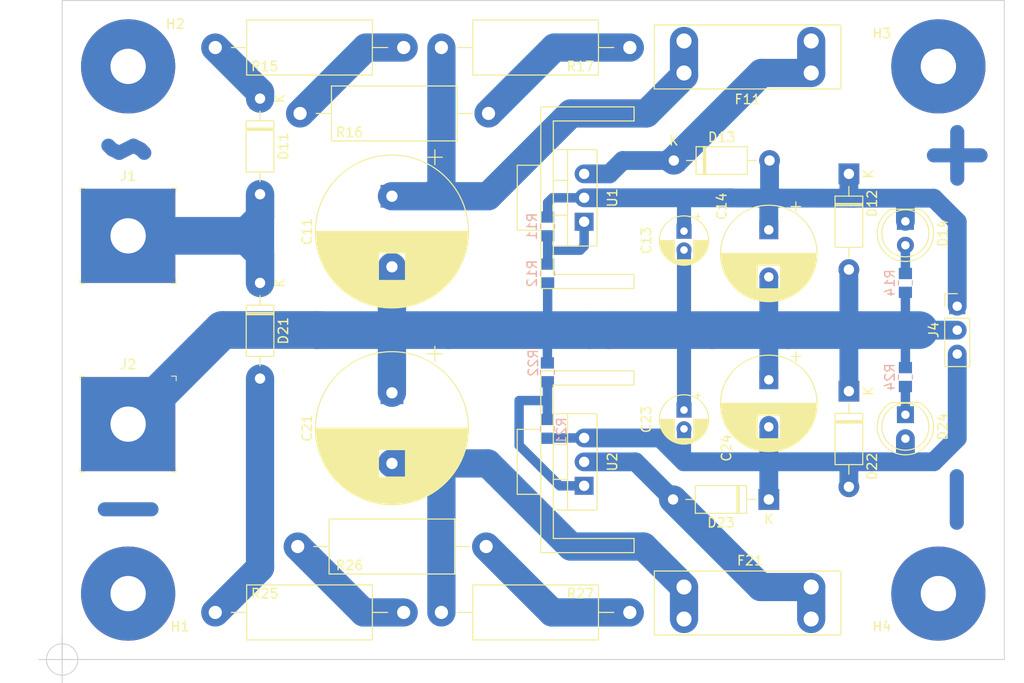
<source format=kicad_pcb>
(kicad_pcb (version 20211014) (generator pcbnew)
  (title_block (title "Bipolar Power Supply") (date "2022-12-30") (rev "0"))
  (layers (0 "F.Cu" signal) (31 "B.Cu" signal) (34 "B.Paste" user) (35 "F.Paste" user) (36 "B.SilkS" user "B.Silkscreen") (37 "F.SilkS" user "F.Silkscreen") (38 "B.Mask" user) (39 "F.Mask" user) (44 "Edge.Cuts" user))
  (net 0 "")
  (net 1 "/VPOS")
  (net 2 "/VNEG")
  (net 3 "/IN_P")
  (net 4 "/GND")
  (net 5 "/IN_N")
  (net 6 "/ADJ_P")
  (net 7 "/ADJ_N")
  (net 8 "Net-(R15-Pad2)")
  (net 9 "Net-(R25-Pad2)")
  (net 10 "Net-(C11-Pad1)")
  (net 11 "Net-(C21-Pad2)")
  (net 12 "Net-(R16-Pad2)")
  (net 13 "Net-(R26-Pad2)")
  (net 14 "Net-(R15-Pad1)")
  (net 15 "Net-(D14-Pad2)")
  (net 16 "Net-(R25-Pad1)")
  (net 17 "Net-(D24-Pad1)")
  (net 18 "/AC")
  (footprint "$Local:LED_D5.0mm" (layer "F.Cu") (at 139.5 88.46 -90)
    (fp_text reference "D14" (at 1.27 -3.96 90) (layer "F.SilkS"))
    (fp_text value "LED")
    (pad "1" thru_hole rect locked (at 0 0 270) (size 1.8 1.8) (drill 0.9) (layers *.Cu *.Mask) (net 1 "/VPOS"))
    (pad "2" thru_hole circle locked (at 2.54 0 270) (size 1.8 1.8) (drill 0.9) (layers *.Cu *.Mask) (net 15 "Net-(D14-Pad2)"))
  )
  (footprint "$Local:TO-220-3_Vertical_Heatsink_19.1x9.7mm" (layer "F.Cu") (at 105.4 116.55 90)
    (fp_text reference "U2" (at 2.54 3 90) (layer "F.SilkS"))
    (fp_text value "LM337_TO-220")
    (pad "1" thru_hole rect locked (at 0 0 90) (size 1.905 2) (drill 1.1) (layers *.Cu *.Mask) (net 7 "/ADJ_N"))
    (pad "2" thru_hole oval locked (at 2.54 0 90) (size 1.905 2) (drill 1.1) (layers *.Cu *.Mask) (net 5 "/IN_N"))
    (pad "3" thru_hole oval locked (at 5.08 0 90) (size 1.905 2) (drill 1.1) (layers *.Cu *.Mask) (net 2 "/VNEG"))
  )
  (footprint "$Local:MountingHole_#6-32_Pad_10mm" (layer "F.Cu") (at 57 128)
    (fp_text reference "H1" (at 5.5 3.5) (layer "F.SilkS"))
    (fp_text value "MountingHole")
    (pad "1" thru_hole circle locked (at 0 0) (size 10 10) (drill 3.75) (layers *.Cu *.Mask))
  )
  (footprint "Diode_THT:D_DO-41_SOD81_P10.16mm_Horizontal" (layer "F.Cu") (at 133.5 83.42 -90)
    (fp_text reference "D12" (at 3.14 -2.47 90) (layer "F.SilkS"))
    (fp_text value "1N4007T")
    (fp_text user "K" (at 0 -2.1 90) (layer "F.SilkS"))
    (pad "1" thru_hole rect locked (at 0 0 270) (size 2.2 2.2) (drill 1.1) (layers *.Cu *.Mask) (net 1 "/VPOS"))
    (pad "2" thru_hole oval locked (at 10.16 0 270) (size 2.2 2.2) (drill 1.1) (layers *.Cu *.Mask) (net 4 "/GND"))
  )
  (footprint "$Local:R_Axial_L13.1mm_D5.6mm_P20.0mm_Horizontal" (layer "F.Cu") (at 75.25 77)
    (fp_text reference "R16" (at 5.25 2) (layer "F.SilkS"))
    (fp_text value "5")
    (pad "1" thru_hole circle locked (at 0 0) (size 2.8 2.8) (drill 1.4) (layers *.Cu *.Mask) (net 8 "Net-(R15-Pad2)"))
    (pad "2" thru_hole oval locked (at 20 0) (size 2.8 2.8) (drill 1.4) (layers *.Cu *.Mask) (net 12 "Net-(R16-Pad2)"))
  )
  (footprint "$Local:R_Axial_L13.1mm_D5.6mm_P20.0mm_Horizontal" (layer "F.Cu") (at 66.25 70)
    (fp_text reference "R15" (at 5.25 2) (layer "F.SilkS"))
    (fp_text value "5")
    (pad "1" thru_hole circle locked (at 0 0) (size 2.8 2.8) (drill 1.4) (layers *.Cu *.Mask) (net 14 "Net-(R15-Pad1)"))
    (pad "2" thru_hole oval locked (at 20 0) (size 2.8 2.8) (drill 1.4) (layers *.Cu *.Mask) (net 8 "Net-(R15-Pad2)"))
  )
  (footprint "Diode_THT:D_DO-41_SOD81_P10.16mm_Horizontal" (layer "F.Cu") (at 71 95 -90)
    (fp_text reference "D21" (at 5.08 -2.47 90) (layer "F.SilkS"))
    (fp_text value "1N4007T")
    (fp_text user "K" (at 0 -2.1 90) (layer "F.SilkS"))
    (pad "1" thru_hole rect locked (at 0 0 270) (size 2.2 2.2) (drill 1.1) (layers *.Cu *.Mask) (net 18 "/AC"))
    (pad "2" thru_hole oval locked (at 10.16 0 270) (size 2.2 2.2) (drill 1.1) (layers *.Cu *.Mask) (net 16 "Net-(R25-Pad1)"))
  )
  (footprint "$Local:FuseHolder_6.8x19.8mm_P3.4x13.5mm_Vetical" (layer "F.Cu") (at 122.75 129 90)
    (fp_text reference "F21" (at 4.5 0.25 180) (layer "F.SilkS"))
    (fp_text value "Fuse Holder")
    (pad "1" thru_hole oval locked (at 1.7 -6.75 90) (size 2.6 2.6) (drill 1.6) (layers *.Cu *.Mask) (net 11 "Net-(C21-Pad2)"))
    (pad "1" thru_hole circle locked (at -1.7 -6.75 90) (size 2.6 2.6) (drill 1.6) (layers *.Cu *.Mask) (net 11 "Net-(C21-Pad2)"))
    (pad "2" thru_hole oval locked (at 1.7 6.75 90) (size 2.6 2.6) (drill 1.6) (layers *.Cu *.Mask) (net 5 "/IN_N"))
    (pad "2" thru_hole oval locked (at -1.7 6.75 90) (size 2.6 2.6) (drill 1.6) (layers *.Cu *.Mask) (net 5 "/IN_N"))
  )
  (footprint "$Local:MountingHole_#6-32_Pad_10mm" (layer "F.Cu") (at 57 72)
    (fp_text reference "H2" (at 5 -4.5) (layer "F.SilkS"))
    (fp_text value "MountingHole")
    (pad "1" thru_hole circle locked (at 0 0) (size 10 10) (drill 3.75) (layers *.Cu *.Mask))
  )
  (footprint "Capacitor_THT:CP_Radial_D5.0mm_P2.00mm" (layer "F.Cu") (at 116 108.5 -90)
    (fp_text reference "C23" (at 1 4 90) (layer "F.SilkS"))
    (fp_text value "1uF")
    (pad "1" thru_hole rect locked (at 0 0 270) (size 1.6 1.6) (drill 0.8) (layers *.Cu *.Mask) (net 4 "/GND"))
    (pad "2" thru_hole circle locked (at 2 0 270) (size 1.6 1.6) (drill 0.8) (layers *.Cu *.Mask) (net 2 "/VNEG"))
  )
  (footprint "Diode_THT:D_DO-41_SOD81_P10.16mm_Horizontal" (layer "F.Cu") (at 133.5 106.5 -90)
    (fp_text reference "D22" (at 8 -2.47 90) (layer "F.SilkS"))
    (fp_text value "1N4007T")
    (fp_text user "K" (at 0 -2.1 90) (layer "F.SilkS"))
    (pad "1" thru_hole rect locked (at 0 0 270) (size 2.2 2.2) (drill 1.1) (layers *.Cu *.Mask) (net 4 "/GND"))
    (pad "2" thru_hole oval locked (at 10.16 0 270) (size 2.2 2.2) (drill 1.1) (layers *.Cu *.Mask) (net 2 "/VNEG"))
  )
  (footprint "Connector_PinHeader_2.54mm:PinHeader_1x03_P2.54mm_Vertical" (layer "F.Cu") (at 145 97.475)
    (fp_text reference "J4" (at -2.5 2.525 90) (layer "F.SilkS"))
    (fp_text value "Conn_01x03")
    (pad "1" thru_hole rect locked (at 0 0) (size 1.7 1.7) (drill 1) (layers *.Cu *.Mask) (net 1 "/VPOS"))
    (pad "2" thru_hole oval locked (at 0 2.54) (size 1.7 1.7) (drill 1) (layers *.Cu *.Mask) (net 4 "/GND"))
    (pad "3" thru_hole oval locked (at 0 5.08) (size 1.7 1.7) (drill 1) (layers *.Cu *.Mask) (net 2 "/VNEG"))
  )
  (footprint "$Local:LED_D5.0mm" (layer "F.Cu") (at 139.5 109 -90)
    (fp_text reference "D24" (at 1.27 -3.96 90) (layer "F.SilkS"))
    (fp_text value "LED")
    (pad "1" thru_hole rect locked (at 0 0 270) (size 1.8 1.8) (drill 0.9) (layers *.Cu *.Mask) (net 17 "Net-(D24-Pad1)"))
    (pad "2" thru_hole circle locked (at 2.54 0 270) (size 1.8 1.8) (drill 0.9) (layers *.Cu *.Mask) (net 2 "/VNEG"))
  )
  (footprint "Capacitor_THT:CP_Radial_D16.0mm_P7.50mm" (layer "F.Cu") (at 85 106.673476 -90)
    (fp_text reference "C21" (at 3.75 9 90) (layer "F.SilkS"))
    (fp_text value "2200uF")
    (pad "1" thru_hole rect locked (at 0 0 270) (size 2.4 2.4) (drill 1.2) (layers *.Cu *.Mask) (net 4 "/GND"))
    (pad "2" thru_hole circle locked (at 7.5 0 270) (size 2.4 2.4) (drill 1.2) (layers *.Cu *.Mask) (net 11 "Net-(C21-Pad2)"))
  )
  (footprint "$Local:MountingHole_#6-32_Pad_10mm" (layer "F.Cu") (at 143 72)
    (fp_text reference "H3" (at -6 -3.5) (layer "F.SilkS"))
    (fp_text value "MountingHole")
    (pad "1" thru_hole circle locked (at 0 0) (size 10 10) (drill 3.75) (layers *.Cu *.Mask))
  )
  (footprint "Diode_THT:D_DO-41_SOD81_P10.16mm_Horizontal" (layer "F.Cu") (at 114.92 82)
    (fp_text reference "D13" (at 5.08 -2.47) (layer "F.SilkS"))
    (fp_text value "1N4007T")
    (fp_text user "K" (at 0 -2.1) (layer "F.SilkS"))
    (pad "1" thru_hole rect locked (at 0 0) (size 2.2 2.2) (drill 1.1) (layers *.Cu *.Mask) (net 3 "/IN_P"))
    (pad "2" thru_hole oval locked (at 10.16 0) (size 2.2 2.2) (drill 1.1) (layers *.Cu *.Mask) (net 1 "/VPOS"))
  )
  (footprint "Capacitor_THT:CP_Radial_D10.0mm_P5.00mm" (layer "F.Cu") (at 125 89.367677 -90)
    (fp_text reference "C14" (at -2.5 5 90) (layer "F.SilkS"))
    (fp_text value "100uF")
    (pad "1" thru_hole rect locked (at 0 0 270) (size 2 2) (drill 1) (layers *.Cu *.Mask) (net 1 "/VPOS"))
    (pad "2" thru_hole circle locked (at 5 0 270) (size 2 2) (drill 1) (layers *.Cu *.Mask) (net 4 "/GND"))
  )
  (footprint "$Local:R_Axial_L13.1mm_D5.6mm_P20.0mm_Horizontal" (layer "F.Cu") (at 66.25 130)
    (fp_text reference "R25" (at 5.25 -2) (layer "F.SilkS"))
    (fp_text value "5")
    (pad "1" thru_hole circle locked (at 0 0) (size 2.8 2.8) (drill 1.4) (layers *.Cu *.Mask) (net 16 "Net-(R25-Pad1)"))
    (pad "2" thru_hole oval locked (at 20 0) (size 2.8 2.8) (drill 1.4) (layers *.Cu *.Mask) (net 9 "Net-(R25-Pad2)"))
  )
  (footprint "Capacitor_THT:CP_Radial_D5.0mm_P2.00mm" (layer "F.Cu") (at 116 89.5 -90)
    (fp_text reference "C13" (at 1 4 90) (layer "F.SilkS"))
    (fp_text value "1uF")
    (pad "1" thru_hole rect locked (at 0 0 270) (size 1.6 1.6) (drill 0.8) (layers *.Cu *.Mask) (net 1 "/VPOS"))
    (pad "2" thru_hole circle locked (at 2 0 270) (size 1.6 1.6) (drill 0.8) (layers *.Cu *.Mask) (net 4 "/GND"))
  )
  (footprint "$Local:TO-220-3_Vertical_Heatsink_19.1x9.7mm" (layer "F.Cu") (at 105.4 88.5 90)
    (fp_text reference "U1" (at 2.54 3 90) (layer "F.SilkS"))
    (fp_text value "LM317_TO-220")
    (pad "1" thru_hole rect locked (at 0 0 90) (size 1.905 2) (drill 1.1) (layers *.Cu *.Mask) (net 6 "/ADJ_P"))
    (pad "2" thru_hole oval locked (at 2.54 0 90) (size 1.905 2) (drill 1.1) (layers *.Cu *.Mask) (net 1 "/VPOS"))
    (pad "3" thru_hole oval locked (at 5.08 0 90) (size 1.905 2) (drill 1.1) (layers *.Cu *.Mask) (net 3 "/IN_P"))
  )
  (footprint "$Local:ScrewTerminal_01x01_#6-32_10mm" (layer "F.Cu") (at 57 90)
    (fp_text reference "J1" (at 0 -6.35) (layer "F.SilkS"))
    (fp_text value "Screw #6-32")
    (pad "1" thru_hole rect locked (at 0 0) (size 10 10) (drill 3.75) (layers *.Cu *.Mask) (net 18 "/AC"))
  )
  (footprint "$Local:ScrewTerminal_01x01_#6-32_10mm" (layer "F.Cu") (at 57 110)
    (fp_text reference "J2" (at 0 -6.35) (layer "F.SilkS"))
    (fp_text value "Screw #6-32")
    (pad "1" thru_hole rect locked (at 0 0) (size 10 10) (drill 3.75) (layers *.Cu *.Mask) (net 4 "/GND"))
  )
  (footprint "$Local:MountingHole_#6-32_Pad_10mm" (layer "F.Cu") (at 143 128)
    (fp_text reference "H4" (at -6 3.5) (layer "F.SilkS"))
    (fp_text value "MountingHole")
    (pad "1" thru_hole circle locked (at 0 0) (size 10 10) (drill 3.75) (layers *.Cu *.Mask))
  )
  (footprint "Diode_THT:D_DO-41_SOD81_P10.16mm_Horizontal" (layer "F.Cu") (at 125 118 180)
    (fp_text reference "D23" (at 5.08 -2.47) (layer "F.SilkS"))
    (fp_text value "1N4007T")
    (fp_text user "K" (at 0 -2.1) (layer "F.SilkS"))
    (pad "1" thru_hole rect locked (at 0 0 180) (size 2.2 2.2) (drill 1.1) (layers *.Cu *.Mask) (net 2 "/VNEG"))
    (pad "2" thru_hole oval locked (at 10.16 0 180) (size 2.2 2.2) (drill 1.1) (layers *.Cu *.Mask) (net 5 "/IN_N"))
  )
  (footprint "Diode_THT:D_DO-41_SOD81_P10.16mm_Horizontal" (layer "F.Cu") (at 71 75.42 -90)
    (fp_text reference "D11" (at 5.08 -2.47 90) (layer "F.SilkS"))
    (fp_text value "1N4007T")
    (fp_text user "K" (at 0 -2.1 90) (layer "F.SilkS"))
    (pad "1" thru_hole rect locked (at 0 0 270) (size 2.2 2.2) (drill 1.1) (layers *.Cu *.Mask) (net 14 "Net-(R15-Pad1)"))
    (pad "2" thru_hole oval locked (at 10.16 0 270) (size 2.2 2.2) (drill 1.1) (layers *.Cu *.Mask) (net 18 "/AC"))
  )
  (footprint "$Local:R_Axial_L13.1mm_D5.6mm_P20.0mm_Horizontal" (layer "F.Cu") (at 110.25 130 180)
    (fp_text reference "R27" (at 5.25 2 180) (layer "F.SilkS"))
    (fp_text value "5")
    (pad "1" thru_hole circle locked (at 0 0 180) (size 2.8 2.8) (drill 1.4) (layers *.Cu *.Mask) (net 13 "Net-(R26-Pad2)"))
    (pad "2" thru_hole oval locked (at 20 0 180) (size 2.8 2.8) (drill 1.4) (layers *.Cu *.Mask) (net 11 "Net-(C21-Pad2)"))
  )
  (footprint "Capacitor_THT:CP_Radial_D10.0mm_P5.00mm" (layer "F.Cu") (at 125 105.293938 -90)
    (fp_text reference "C24" (at 7.235354 4.5 90) (layer "F.SilkS"))
    (fp_text value "100uF")
    (pad "1" thru_hole rect locked (at 0 0 270) (size 2 2) (drill 1) (layers *.Cu *.Mask) (net 4 "/GND"))
    (pad "2" thru_hole circle locked (at 5 0 270) (size 2 2) (drill 1) (layers *.Cu *.Mask) (net 2 "/VNEG"))
  )
  (footprint "Capacitor_THT:CP_Radial_D16.0mm_P7.50mm" (layer "F.Cu") (at 85 85.790856 -90)
    (fp_text reference "C11" (at 3.75 9 90) (layer "F.SilkS"))
    (fp_text value "2200uF")
    (pad "1" thru_hole rect locked (at 0 0 270) (size 2.4 2.4) (drill 1.2) (layers *.Cu *.Mask) (net 10 "Net-(C11-Pad1)"))
    (pad "2" thru_hole circle locked (at 7.5 0 270) (size 2.4 2.4) (drill 1.2) (layers *.Cu *.Mask) (net 4 "/GND"))
  )
  (footprint "$Local:R_Axial_L13.1mm_D5.6mm_P20.0mm_Horizontal" (layer "F.Cu") (at 75 123)
    (fp_text reference "R26" (at 5.5 2) (layer "F.SilkS"))
    (fp_text value "5")
    (pad "1" thru_hole circle locked (at 0 0) (size 2.8 2.8) (drill 1.4) (layers *.Cu *.Mask) (net 9 "Net-(R25-Pad2)"))
    (pad "2" thru_hole oval locked (at 20 0) (size 2.8 2.8) (drill 1.4) (layers *.Cu *.Mask) (net 13 "Net-(R26-Pad2)"))
  )
  (footprint "$Local:FuseHolder_6.8x19.8mm_P3.4x13.5mm_Vetical" (layer "F.Cu") (at 122.75 71 90)
    (fp_text reference "F11" (at -4.5 0 180) (layer "F.SilkS"))
    (fp_text value "Fuse Holder")
    (pad "1" thru_hole oval locked (at 1.7 -6.75 90) (size 2.6 2.6) (drill 1.6) (layers *.Cu *.Mask) (net 10 "Net-(C11-Pad1)"))
    (pad "1" thru_hole circle locked (at -1.7 -6.75 90) (size 2.6 2.6) (drill 1.6) (layers *.Cu *.Mask) (net 10 "Net-(C11-Pad1)"))
    (pad "2" thru_hole oval locked (at 1.7 6.75 90) (size 2.6 2.6) (drill 1.6) (layers *.Cu *.Mask) (net 3 "/IN_P"))
    (pad "2" thru_hole oval locked (at -1.7 6.75 90) (size 2.6 2.6) (drill 1.6) (layers *.Cu *.Mask) (net 3 "/IN_P"))
  )
  (footprint "$Local:R_Axial_L13.1mm_D5.6mm_P20.0mm_Horizontal" (layer "F.Cu") (at 110.25 70 180)
    (fp_text reference "R17" (at 5.25 -2 180) (layer "F.SilkS"))
    (fp_text value "5")
    (pad "1" thru_hole circle locked (at 0 0 180) (size 2.8 2.8) (drill 1.4) (layers *.Cu *.Mask) (net 12 "Net-(R16-Pad2)"))
    (pad "2" thru_hole oval locked (at 20 0 180) (size 2.8 2.8) (drill 1.4) (layers *.Cu *.Mask) (net 10 "Net-(C11-Pad1)"))
  )
  (footprint "$Local:R_0805_2012Metric_Pad1.20x1.40mm_HandSolder" (layer "B.Cu") (at 101.525 89 -90)
    (fp_text reference "R11" (at 0 1.65 90) (layer "B.SilkS") (effects (justify mirror)))
    (fp_text value "249")
    (pad "1" smd rect (at -1 0 270) (size 1.2 1.4) (layers "B.Cu" "B.Paste" "B.Mask") (net 1 "/VPOS"))
    (pad "2" smd rect (at 1 0 270) (size 1.2 1.4) (layers "B.Cu" "B.Paste" "B.Mask") (net 6 "/ADJ_P"))
  )
  (footprint "$Local:R_0805_2012Metric_Pad1.20x1.40mm_HandSolder" (layer "B.Cu") (at 139.5 105 -90)
    (fp_text reference "R24" (at 0 1.65 90) (layer "B.SilkS") (effects (justify mirror)))
    (fp_text value "2.73K")
    (pad "1" smd rect (at -1 0 270) (size 1.2 1.4) (layers "B.Cu" "B.Paste" "B.Mask") (net 4 "/GND"))
    (pad "2" smd rect (at 1 0 270) (size 1.2 1.4) (layers "B.Cu" "B.Paste" "B.Mask") (net 17 "Net-(D24-Pad1)"))
  )
  (footprint "$Local:R_0805_2012Metric_Pad1.20x1.40mm_HandSolder" (layer "B.Cu") (at 101.525 94 -90)
    (fp_text reference "R12" (at 0 1.65 90) (layer "B.SilkS") (effects (justify mirror)))
    (fp_text value "2.73K")
    (pad "1" smd rect (at -1 0 270) (size 1.2 1.4) (layers "B.Cu" "B.Paste" "B.Mask") (net 6 "/ADJ_P"))
    (pad "2" smd rect (at 1 0 270) (size 1.2 1.4) (layers "B.Cu" "B.Paste" "B.Mask") (net 4 "/GND"))
  )
  (footprint "$Local:R_0805_2012Metric_Pad1.20x1.40mm_HandSolder" (layer "B.Cu") (at 101.5 110.5 -90)
    (fp_text reference "R21" (at 0.227064 -1.5 90) (layer "B.SilkS") (effects (justify mirror)))
    (fp_text value "249")
    (pad "1" smd rect (at -1 0 270) (size 1.2 1.4) (layers "B.Cu" "B.Paste" "B.Mask") (net 7 "/ADJ_N"))
    (pad "2" smd rect (at 1 0 270) (size 1.2 1.4) (layers "B.Cu" "B.Paste" "B.Mask") (net 2 "/VNEG"))
  )
  (footprint "$Local:R_0805_2012Metric_Pad1.20x1.40mm_HandSolder" (layer "B.Cu") (at 139.5 95 -90)
    (fp_text reference "R14" (at 0 1.65 90) (layer "B.SilkS") (effects (justify mirror)))
    (fp_text value "2.73K")
    (pad "1" smd rect (at -1 0 270) (size 1.2 1.4) (layers "B.Cu" "B.Paste" "B.Mask") (net 15 "Net-(D14-Pad2)"))
    (pad "2" smd rect (at 1 0 270) (size 1.2 1.4) (layers "B.Cu" "B.Paste" "B.Mask") (net 4 "/GND"))
  )
  (footprint "$Local:R_0805_2012Metric_Pad1.20x1.40mm_HandSolder" (layer "B.Cu") (at 101.5 104.5 -90)
    (fp_text reference "R22" (at -1 1.5 90) (layer "B.SilkS") (effects (justify mirror)))
    (fp_text value "2.73K")
    (pad "1" smd rect (at -1 0 270) (size 1.2 1.4) (layers "B.Cu" "B.Paste" "B.Mask") (net 4 "/GND"))
    (pad "2" smd rect (at 1 0 270) (size 1.2 1.4) (layers "B.Cu" "B.Paste" "B.Mask") (net 7 "/ADJ_N"))
  )
  (gr_rect locked (start 50 65) (end 150 135) (layer "Edge.Cuts") (width 0.1) (fill none))
  (gr_text "+" (at 145 81) (layer "B.Cu") (effects (font (size 6.5 6.5) (thickness 1.5)) (justify mirror)))
  (gr_text "-\n" (at 144.5 118 90) (layer "B.Cu") (effects (font (size 6.5 6.5) (thickness 1.5)) (justify mirror)))
  (gr_text "~" (at 57 81 180) (layer "B.Cu") (effects (font (size 8 8) (thickness 1.5)) (justify mirror)))
  (gr_text "-\n" (at 57 119.5 180) (layer "B.Cu") (effects (font (size 6.5 6.5) (thickness 1.5)) (justify mirror)))
  (target plus (at 50 135) (size 5) (width 0.1) (layer "Edge.Cuts"))
  (segment (start 125 89.367677) (end 125 85.867677) (width 2) (layer "B.Cu") (net 1))
  (segment (start 120.978297 85.978297) (end 120.96 85.96) (width 2) (layer "B.Cu") (net 1))
  (segment (start 101.525 86.475) (end 102.04 85.96) (width 1) (layer "B.Cu") (net 1))
  (segment (start 139.5 88.46) (end 139.5 86) (width 2) (layer "B.Cu") (net 1))
  (segment (start 134 86) (end 142.5 86) (width 2) (layer "B.Cu") (net 1))
  (segment (start 125.08 82) (end 125.08 85.787677) (width 2) (layer "B.Cu") (net 1))
  (segment (start 120.978297 85.978297) (end 134 86) (width 2) (layer "B.Cu") (net 1))
  (segment (start 101.525 88) (end 101.525 86.475) (width 1) (layer "B.Cu") (net 1))
  (segment (start 120.96 85.96) (end 105.4 85.96) (width 2) (layer "B.Cu") (net 1))
  (segment (start 142.5 86) (end 145 88.5) (width 2) (layer "B.Cu") (net 1))
  (segment (start 133.5 83.42) (end 133.5 86) (width 2) (layer "B.Cu") (net 1))
  (segment (start 116 89.5) (end 116 86) (width 1.5) (layer "B.Cu") (net 1))
  (segment (start 145 88.5) (end 145 97.475) (width 2) (layer "B.Cu") (net 1))
  (segment (start 102.04 85.96) (end 105.4 85.96) (width 1) (layer "B.Cu") (net 1))
  (segment (start 125.08 85.787677) (end 125 85.867677) (width 2) (layer "B.Cu") (net 1))
  (segment (start 116 114) (end 113.47 111.47) (width 2) (layer "B.Cu") (net 2))
  (segment (start 116 114) (end 134 114) (width 2) (layer "B.Cu") (net 2))
  (segment (start 125 118) (end 125 110.132323) (width 2) (layer "B.Cu") (net 2))
  (segment (start 142.5 114) (end 145 111.5) (width 2) (layer "B.Cu") (net 2))
  (segment (start 139.5 111.54) (end 139.5 114) (width 2) (layer "B.Cu") (net 2))
  (segment (start 145 111.5) (end 145 102.555) (width 2) (layer "B.Cu") (net 2))
  (segment (start 116 110.5) (end 116 114) (width 1.5) (layer "B.Cu") (net 2))
  (segment (start 105.4 111.47) (end 101.53 111.47) (width 1) (layer "B.Cu") (net 2))
  (segment (start 134 114) (end 142.5 114) (width 2) (layer "B.Cu") (net 2))
  (segment (start 133.5 116.66) (end 133.5 114) (width 2) (layer "B.Cu") (net 2))
  (segment (start 113.47 111.47) (end 105.4 111.47) (width 2) (layer "B.Cu") (net 2))
  (segment (start 129.5 72.7) (end 124.22 72.7) (width 3) (layer "B.Cu") (net 3))
  (segment (start 109.5 82) (end 114.92 82) (width 2) (layer "B.Cu") (net 3))
  (segment (start 105.4 83.42) (end 108.08 83.42) (width 2) (layer "B.Cu") (net 3))
  (segment (start 124.22 72.7) (end 114.92 82) (width 3) (layer "B.Cu") (net 3))
  (segment (start 108.08 83.42) (end 109.5 82) (width 2) (layer "B.Cu") (net 3))
  (segment (start 129.5 69.3) (end 129.5 72.7) (width 3) (layer "B.Cu") (net 3))
  (segment (start 141.015 100.015) (end 145 100.015) (width 2) (layer "B.Cu") (net 4))
  (segment (start 134.515 100.015) (end 140.985 100.015) (width 4) (layer "B.Cu") (net 4))
  (segment (start 101.5 103.5) (end 101.5 100.03) (width 1) (layer "B.Cu") (net 4))
  (segment (start 116 100) (end 115.985 100.015) (width 1.5) (layer "B.Cu") (net 4))
  (segment (start 105.985 100.015) (end 108.015 100.015) (width 4) (layer "B.Cu") (net 4))
  (segment (start 125 105.132323) (end 125 99.897677) (width 2) (layer "B.Cu") (net 4))
  (segment (start 139.485 100.015) (end 139.5 100) (width 4) (layer "B.Cu") (net 4))
  (segment (start 106.125 99.875) (end 105.985 100.015) (width 1) (layer "B.Cu") (net 4))
  (segment (start 116 100.03) (end 115.985 100.015) (width 1.5) (layer "B.Cu") (net 4))
  (segment (start 133.5 99.5) (end 134.015 100.015) (width 2) (layer "B.Cu") (net 4))
  (segment (start 85 99.5) (end 85.515 100.015) (width 3) (layer "B.Cu") (net 4))
  (segment (start 118.985 100.015) (end 127.015 100.015) (width 4) (layer "B.Cu") (net 4))
  (segment (start 85.515 100.015) (end 91.015 100.015) (width 4) (layer "B.Cu") (net 4))
  (segment (start 133.5 106.5) (end 133.5 99.5) (width 2) (layer "B.Cu") (net 4))
  (segment (start 91.015 100.015) (end 101.515 100.015) (width 4) (layer "B.Cu") (net 4))
  (segment (start 101.525 100.005) (end 101.515 100.015) (width 1) (layer "B.Cu") (net 4))
  (segment (start 135.5 100) (end 137.5 100) (width 2) (layer "B.Cu") (net 4))
  (segment (start 67 100) (end 77.5 100) (width 4) (layer "B.Cu") (net 4))
  (segment (start 101.525 95) (end 101.525 100.005) (width 1) (layer "B.Cu") (net 4))
  (segment (start 77 100) (end 76.985 100.015) (width 4) (layer "B.Cu") (net 4))
  (segment (start 116 108.5) (end 116 100.03) (width 1.5) (layer "B.Cu") (net 4))
  (segment (start 101.5 100.03) (end 101.515 100.015) (width 1) (layer "B.Cu") (net 4))
  (segment (start 106 100.03) (end 105.985 100.015) (width 1) (layer "B.Cu") (net 4))
  (segment (start 125 99.897677) (end 125.015 99.882677) (width 2) (layer "B.Cu") (net 4))
  (segment (start 139.5 104) (end 139.5 100) (width 1) (layer "B.Cu") (net 4))
  (segment (start 85 93.290856) (end 85 99.5) (width 3) (layer "B.Cu") (net 4))
  (segment (start 139.5 96) (end 139.5 100) (width 1) (layer "B.Cu") (net 4))
  (segment (start 125 99.867677) (end 125.015 99.882677) (width 2) (layer "B.Cu") (net 4))
  (segment (start 85 106.673476) (end 85 99.5) (width 3) (layer "B.Cu") (net 4))
  (segment (start 108.015 100.015) (end 118.985 100.015) (width 4) (layer "B.Cu") (net 4))
  (segment (start 137.5 100) (end 138.5 100) (width 2) (layer "B.Cu") (net 4))
  (segment (start 101.515 100.015) (end 105.985 100.015) (width 4) (layer "B.Cu") (net 4))
  (segment (start 125 94.367677) (end 125 99.867677) (width 2) (layer "B.Cu") (net 4))
  (segment (start 133.5 93.58) (end 133.5 99.5) (width 2) (layer "B.Cu") (net 4))
  (segment (start 138.5 100) (end 138.515 100.015) (width 2) (layer "B.Cu") (net 4))
  (segment (start 107.925 99.925) (end 108.015 100.015) (width 1) (layer "B.Cu") (net 4))
  (segment (start 116 91.5) (end 116 100) (width 1.5) (layer "B.Cu") (net 4))
  (segment (start 127.015 100.015) (end 134.515 100.015) (width 4) (layer "B.Cu") (net 4))
  (segment (start 57 110) (end 67 100) (width 4) (layer "B.Cu") (net 4))
  (segment (start 76.985 100.015) (end 85.515 100.015) (width 4) (layer "B.Cu") (net 4))
  (segment (start 124.14 127.3) (end 114.84 118) (width 3) (layer "B.Cu") (net 5))
  (segment (start 110.85 114.01) (end 114.84 118) (width 2) (layer "B.Cu") (net 5))
  (segment (start 129.5 127.3) (end 124.14 127.3) (width 3) (layer "B.Cu") (net 5))
  (segment (start 129.5 127.3) (end 129.5 130.7) (width 3) (layer "B.Cu") (net 5))
  (segment (start 105.4 114.01) (end 110.85 114.01) (width 2) (layer "B.Cu") (net 5))
  (segment (start 101.525 91.525) (end 104.975 91.525) (width 1) (layer "B.Cu") (net 6))
  (segment (start 104.975 91.525) (end 105.4 91.1) (width 1) (layer "B.Cu") (net 6))
  (segment (start 101.525 90) (end 101.525 91.525) (width 1) (layer "B.Cu") (net 6))
  (segment (start 105.4 91.1) (end 105.4 88.5) (width 1) (layer "B.Cu") (net 6))
  (segment (start 101.525 91.525) (end 101.525 93) (width 1) (layer "B.Cu") (net 6))
  (segment (start 98.5 112.25) (end 98.5 107.5) (width 1) (layer "B.Cu") (net 7))
  (segment (start 101.5 109.5) (end 101.5 108) (width 1) (layer "B.Cu") (net 7))
  (segment (start 102.8 116.55) (end 98.5 112.25) (width 1) (layer "B.Cu") (net 7))
  (segment (start 98.5 107.5) (end 101.5 107.5) (width 1) (layer "B.Cu") (net 7))
  (segment (start 105.4 116.55) (end 102.8 116.55) (width 1) (layer "B.Cu") (net 7))
  (segment (start 101.5 108) (end 101.5 105.5) (width 1) (layer "B.Cu") (net 7))
  (segment (start 86.25 70) (end 82.25 70) (width 3) (layer "B.Cu") (net 8))
  (segment (start 82.25 70) (end 75.25 77) (width 3) (layer "B.Cu") (net 8))
  (segment (start 86.25 130) (end 82 130) (width 3) (layer "B.Cu") (net 9))
  (segment (start 82 130) (end 75 123) (width 3) (layer "B.Cu") (net 9))
  (segment (start 104 77) (end 112 77) (width 3) (layer "B.Cu") (net 10))
  (segment (start 95.209144 85.790856) (end 104 77) (width 3) (layer "B.Cu") (net 10))
  (segment (start 112 77) (end 116 73) (width 3) (layer "B.Cu") (net 10))
  (segment (start 89.290856 85.790856) (end 95.209144 85.790856) (width 3) (layer "B.Cu") (net 10))
  (segment (start 90.25 84.831712) (end 89.290856 85.790856) (width 3) (layer "B.Cu") (net 10))
  (segment (start 90.25 70) (end 90.25 84.831712) (width 3) (layer "B.Cu") (net 10))
  (segment (start 116 69.3) (end 116 72.7) (width 3) (layer "B.Cu") (net 10))
  (segment (start 116 73) (end 116 72.7) (width 3) (layer "B.Cu") (net 10))
  (segment (start 89.290856 85.790856) (end 85 85.790856) (width 3) (layer "B.Cu") (net 10))
  (segment (start 90.25 114.25) (end 90.326524 114.173476) (width 3) (layer "B.Cu") (net 11))
  (segment (start 90.326524 114.173476) (end 95.173476 114.173476) (width 3) (layer "B.Cu") (net 11))
  (segment (start 95.173476 114.173476) (end 104 123) (width 3) (layer "B.Cu") (net 11))
  (segment (start 85 114.173476) (end 90.326524 114.173476) (width 3) (layer "B.Cu") (net 11))
  (segment (start 116 127.3) (end 116 130.7) (width 3) (layer "B.Cu") (net 11))
  (segment (start 104 123) (end 111.7 123) (width 3) (layer "B.Cu") (net 11))
  (segment (start 90.25 130) (end 90.25 114.25) (width 3) (layer "B.Cu") (net 11))
  (segment (start 111.7 123) (end 116 127.3) (width 3) (layer "B.Cu") (net 11))
  (segment (start 102.25 70) (end 95.25 77) (width 3) (layer "B.Cu") (net 12))
  (segment (start 110.25 70) (end 102.25 70) (width 3) (layer "B.Cu") (net 12))
  (segment (start 102 130) (end 95 123) (width 3) (layer "B.Cu") (net 13))
  (segment (start 110.25 130) (end 102 130) (width 3) (layer "B.Cu") (net 13))
  (segment (start 71 75.42) (end 71 74.75) (width 3) (layer "B.Cu") (net 14))
  (segment (start 71 74.75) (end 66.25 70) (width 3) (layer "B.Cu") (net 14))
  (segment (start 139.5 91) (end 139.5 94) (width 1) (layer "B.Cu") (net 15))
  (segment (start 71 105.16) (end 71 125.25) (width 3) (layer "B.Cu") (net 16))
  (segment (start 71 125.25) (end 66.25 130) (width 3) (layer "B.Cu") (net 16))
  (segment (start 139.5 106) (end 139.5 109) (width 1) (layer "B.Cu") (net 17))
  (segment (start 71 92) (end 71 95) (width 3) (layer "B.Cu") (net 18))
  (segment (start 71 85.58) (end 71 95) (width 3) (layer "B.Cu") (net 18))
  (segment (start 57 90) (end 69 90) (width 4) (layer "B.Cu") (net 18))
  (segment (start 69 90) (end 71 92) (width 3) (layer "B.Cu") (net 18))
  (segment (start 69 90) (end 71 88) (width 3) (layer "B.Cu") (net 18))
  (segment (start 71 88) (end 71 85.58) (width 3) (layer "B.Cu") (net 18))
)
</source>
